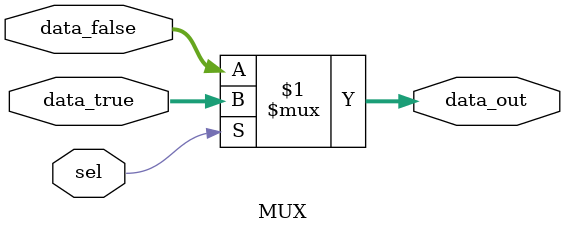
<source format=sv>

module MUX 
//-----------------Parameters-----------------\\
#(
    parameter BUS = 32  
)
//-----------------Ports-----------------\\
(
    input  logic [(BUS-1):0] data_true,
    input  logic [(BUS-1):0] data_false,
    input  logic             sel,

    output logic [(BUS-1):0] data_out
);

//-----------------Output logic-----------------\\
assign data_out = sel? data_true : data_false;
    
endmodule
</source>
